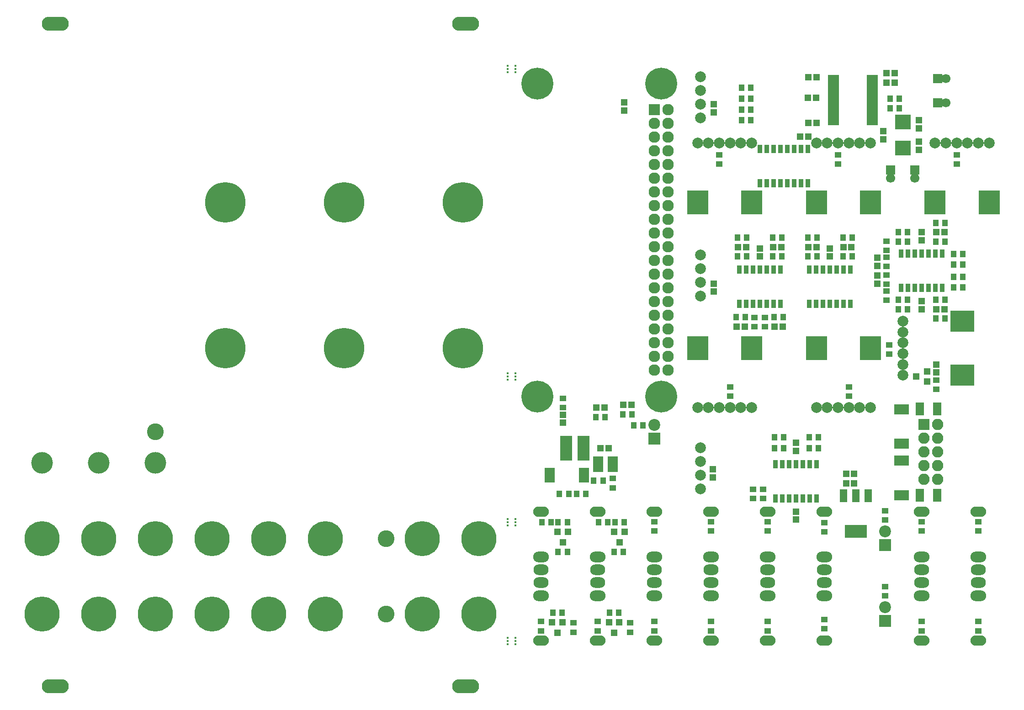
<source format=gbr>
G04 #@! TF.FileFunction,Soldermask,Bot*
%FSLAX46Y46*%
G04 Gerber Fmt 4.6, Leading zero omitted, Abs format (unit mm)*
G04 Created by KiCad (PCBNEW 4.0.6) date 2018 May 30, Wednesday 17:12:06*
%MOMM*%
%LPD*%
G01*
G04 APERTURE LIST*
%ADD10C,0.100000*%
%ADD11O,5.002000X2.602000*%
%ADD12C,0.402000*%
%ADD13C,6.502000*%
%ADD14C,7.502000*%
%ADD15C,3.102000*%
%ADD16C,4.002000*%
%ADD17R,2.100000X2.100000*%
%ADD18O,2.100000X2.100000*%
%ADD19R,1.200000X1.150000*%
%ADD20R,1.100000X1.300000*%
%ADD21R,1.300000X1.100000*%
%ADD22R,1.150000X1.200000*%
%ADD23R,1.300000X1.200000*%
%ADD24R,1.600000X2.400000*%
%ADD25R,3.000000X2.800000*%
%ADD26O,2.900000X1.900000*%
%ADD27O,2.900000X2.000000*%
%ADD28O,2.800000X2.000000*%
%ADD29R,1.200000X1.300000*%
%ADD30R,2.800000X1.900000*%
%ADD31R,1.900000X2.800000*%
%ADD32R,1.700000X1.700000*%
%ADD33C,1.700000*%
%ADD34R,2.127200X2.127200*%
%ADD35O,2.127200X2.127200*%
%ADD36C,5.900000*%
%ADD37R,2.200000X4.600000*%
%ADD38R,3.900000X4.400000*%
%ADD39C,2.000000*%
%ADD40R,4.400000X3.900000*%
%ADD41R,0.908000X1.543000*%
%ADD42R,2.150000X0.850000*%
%ADD43R,1.960000X1.050000*%
%ADD44R,2.200000X2.200000*%
%ADD45C,2.200000*%
%ADD46R,4.057600X2.432000*%
%ADD47R,1.416000X2.432000*%
G04 APERTURE END LIST*
D10*
D11*
X-85500000Y7350000D03*
X-9500000Y7350000D03*
X-9500000Y-115350000D03*
D12*
X-300000Y-85600000D03*
X-300000Y-85000000D03*
X-300000Y-84400000D03*
X-1700000Y-84400000D03*
X-1700000Y-85000000D03*
X-1700000Y-85600000D03*
X-300000Y-107600000D03*
X-300000Y-107000000D03*
X-300000Y-106400000D03*
X-1700000Y-106400000D03*
X-1700000Y-107000000D03*
X-1700000Y-107600000D03*
X-300000Y-58600000D03*
X-300000Y-58000000D03*
X-300000Y-57400000D03*
X-1700000Y-57400000D03*
X-1700000Y-58000000D03*
X-1700000Y-58600000D03*
D13*
X-56500000Y-88000000D03*
X-46000000Y-88000000D03*
X-35500000Y-102000000D03*
X-35500000Y-88000000D03*
X-56500000Y-102000000D03*
X-46000000Y-102000000D03*
D14*
X-10000000Y-25750000D03*
X-32000000Y-52750000D03*
X-54000000Y-52750000D03*
X-32000000Y-25750000D03*
X-54000000Y-25750000D03*
X-10000000Y-52750000D03*
D15*
X-67000000Y-68250000D03*
D16*
X-88000000Y-74000000D03*
X-77500000Y-74000000D03*
X-67000000Y-74000000D03*
D13*
X-7000000Y-102000000D03*
D15*
X-24250000Y-102000000D03*
X-24250000Y-88000000D03*
D13*
X-17500000Y-88000000D03*
X-17500000Y-102000000D03*
X-7000000Y-88000000D03*
X-77500000Y-88000000D03*
X-67000000Y-102000000D03*
X-77500000Y-102000000D03*
X-88000000Y-102000000D03*
X-67000000Y-88000000D03*
X-88000000Y-88000000D03*
D17*
X75460000Y-66880000D03*
D18*
X78000000Y-66880000D03*
X75460000Y-69420000D03*
X78000000Y-69420000D03*
X75460000Y-71960000D03*
X78000000Y-71960000D03*
X75460000Y-74500000D03*
X78000000Y-74500000D03*
X75460000Y-77040000D03*
X78000000Y-77040000D03*
D19*
X79250000Y-45500000D03*
X77750000Y-45500000D03*
X79250000Y-31250000D03*
X77750000Y-31250000D03*
D20*
X53900000Y-35750000D03*
X55600000Y-35750000D03*
X70850000Y-8250000D03*
X69150000Y-8250000D03*
D21*
X36000000Y-103400000D03*
X36000000Y-105100000D03*
X61500000Y-59900000D03*
X61500000Y-61600000D03*
X37500000Y-18600000D03*
X37500000Y-16900000D03*
D20*
X42600000Y-32250000D03*
X40900000Y-32250000D03*
D22*
X74500000Y-16000000D03*
X74500000Y-14500000D03*
D19*
X41000000Y-34000000D03*
X42500000Y-34000000D03*
X54000000Y-34000000D03*
X55500000Y-34000000D03*
X68500000Y-1750000D03*
X70000000Y-1750000D03*
X53950000Y-6300000D03*
X55450000Y-6300000D03*
X49000000Y-34000000D03*
X47500000Y-34000000D03*
X68500000Y-3500000D03*
X70000000Y-3500000D03*
X54000000Y-2500000D03*
X55500000Y-2500000D03*
D22*
X45000000Y-34250000D03*
X45000000Y-35750000D03*
X77750000Y-57250000D03*
X77750000Y-55750000D03*
D19*
X40750000Y-48750000D03*
X42250000Y-48750000D03*
D22*
X19900000Y-8700000D03*
X19900000Y-7200000D03*
X75000000Y-44000000D03*
X75000000Y-45500000D03*
X75000000Y-31250000D03*
X75000000Y-32750000D03*
X58000000Y-34250000D03*
X58000000Y-35750000D03*
D19*
X62500000Y-77750000D03*
X61000000Y-77750000D03*
D22*
X66750000Y-40750000D03*
X66750000Y-39250000D03*
X66750000Y-36000000D03*
X66750000Y-37500000D03*
D23*
X76000000Y-57050000D03*
X76000000Y-58950000D03*
X74000000Y-58000000D03*
D24*
X74650000Y-80000000D03*
X77850000Y-80000000D03*
X74650000Y-64000000D03*
X77850000Y-64000000D03*
D20*
X70850000Y-6500000D03*
X69150000Y-6500000D03*
D21*
X25500000Y-86600000D03*
X25500000Y-84900000D03*
D20*
X55600000Y-32250000D03*
X53900000Y-32250000D03*
X40900000Y-35750000D03*
X42600000Y-35750000D03*
X47400000Y-32250000D03*
X49100000Y-32250000D03*
D21*
X59500000Y-18600000D03*
X59500000Y-16900000D03*
D20*
X60400000Y-32250000D03*
X62100000Y-32250000D03*
D21*
X69000000Y-52150000D03*
X69000000Y-53850000D03*
X36000000Y-86600000D03*
X36000000Y-84900000D03*
X46500000Y-103400000D03*
X46500000Y-105100000D03*
D20*
X49100000Y-35750000D03*
X47400000Y-35750000D03*
X62100000Y-35750000D03*
X60400000Y-35750000D03*
D21*
X77750000Y-58650000D03*
X77750000Y-60350000D03*
X46000000Y-47050000D03*
X46000000Y-48750000D03*
X81500000Y-18600000D03*
X81500000Y-16900000D03*
X46500000Y-86600000D03*
X46500000Y-84900000D03*
D20*
X49350000Y-47000000D03*
X47650000Y-47000000D03*
X14250000Y-77250000D03*
X15950000Y-77250000D03*
D21*
X17750000Y-76900000D03*
X17750000Y-78600000D03*
X44000000Y-47050000D03*
X44000000Y-48750000D03*
X39500000Y-59900000D03*
X39500000Y-61600000D03*
X25500000Y-103400000D03*
X25500000Y-105100000D03*
D20*
X9600000Y-79750000D03*
X7900000Y-79750000D03*
X12750000Y-79750000D03*
X11050000Y-79750000D03*
X40650000Y-47000000D03*
X42350000Y-47000000D03*
D25*
X71500000Y-15650000D03*
X71500000Y-10850000D03*
D26*
X25500000Y-83080000D03*
D27*
X25500000Y-91380000D03*
D28*
X25500000Y-93800000D03*
D26*
X36000000Y-83080000D03*
D27*
X36000000Y-91380000D03*
D28*
X36000000Y-93800000D03*
D26*
X46500000Y-83080000D03*
D27*
X46500000Y-91380000D03*
D28*
X46500000Y-93800000D03*
D26*
X25500000Y-106920000D03*
D27*
X25500000Y-98620000D03*
D28*
X25500000Y-96200000D03*
D29*
X7550000Y-86750000D03*
X9450000Y-86750000D03*
X8500000Y-88750000D03*
X18050000Y-86750000D03*
X19950000Y-86750000D03*
X19000000Y-88750000D03*
X6550000Y-103500000D03*
X8450000Y-103500000D03*
X7500000Y-105500000D03*
X17050000Y-103500000D03*
X18950000Y-103500000D03*
X18000000Y-105500000D03*
D20*
X41650000Y-4500000D03*
X43350000Y-4500000D03*
D21*
X57000000Y-103050000D03*
X57000000Y-104750000D03*
X57000000Y-86750000D03*
X57000000Y-85050000D03*
D20*
X70650000Y-45500000D03*
X72350000Y-45500000D03*
X70650000Y-31250000D03*
X72350000Y-31250000D03*
X6350000Y-85000000D03*
X4650000Y-85000000D03*
X9350000Y-85000000D03*
X7650000Y-85000000D03*
X70650000Y-43750000D03*
X72350000Y-43750000D03*
X70650000Y-33000000D03*
X72350000Y-33000000D03*
D21*
X68500000Y-42150000D03*
X68500000Y-43850000D03*
X68500000Y-34600000D03*
X68500000Y-32900000D03*
X68500000Y-39150000D03*
X68500000Y-40850000D03*
X68500000Y-37600000D03*
X68500000Y-35900000D03*
D20*
X16850000Y-85000000D03*
X15150000Y-85000000D03*
X19850000Y-85000000D03*
X18150000Y-85000000D03*
X80900000Y-35250000D03*
X82600000Y-35250000D03*
X80900000Y-41500000D03*
X82600000Y-41500000D03*
X79350000Y-29500000D03*
X77650000Y-29500000D03*
X82600000Y-37250000D03*
X80900000Y-37250000D03*
D22*
X74500000Y-10500000D03*
X74500000Y-12000000D03*
X67900000Y-14000000D03*
X67900000Y-12500000D03*
D19*
X54000000Y-11000000D03*
X55500000Y-11000000D03*
X62000000Y-34000000D03*
X60500000Y-34000000D03*
D30*
X71250000Y-79950000D03*
X71250000Y-73550000D03*
X71250000Y-70450000D03*
X71250000Y-64050000D03*
D19*
X49250000Y-48750000D03*
X47750000Y-48750000D03*
X15500000Y-71250000D03*
X17000000Y-71250000D03*
D31*
X6050000Y-76250000D03*
X12450000Y-76250000D03*
D19*
X61000000Y-76000000D03*
X62500000Y-76000000D03*
D22*
X36500000Y-7500000D03*
X36500000Y-9000000D03*
D32*
X78000000Y-2750000D03*
D33*
X79500000Y-2750000D03*
D32*
X78000000Y-7250000D03*
D33*
X79500000Y-7250000D03*
D32*
X73750000Y-19750000D03*
D33*
X73750000Y-21250000D03*
D32*
X69250000Y-19750000D03*
D33*
X69250000Y-21250000D03*
D26*
X36000000Y-106920000D03*
D27*
X36000000Y-98620000D03*
D28*
X36000000Y-96200000D03*
D26*
X46500000Y-106920000D03*
D27*
X46500000Y-98620000D03*
D28*
X46500000Y-96200000D03*
D34*
X25500000Y-8550000D03*
D35*
X28040000Y-8550000D03*
X25500000Y-11090000D03*
X28040000Y-11090000D03*
X25500000Y-13630000D03*
X28040000Y-13630000D03*
X25500000Y-16170000D03*
X28040000Y-16170000D03*
X25500000Y-18710000D03*
X28040000Y-18710000D03*
X25500000Y-21250000D03*
X28040000Y-21250000D03*
X25500000Y-23790000D03*
X28040000Y-23790000D03*
X25500000Y-26330000D03*
X28040000Y-26330000D03*
X25500000Y-28870000D03*
X28040000Y-28870000D03*
X25500000Y-31410000D03*
X28040000Y-31410000D03*
X25500000Y-33950000D03*
X28040000Y-33950000D03*
X25500000Y-36490000D03*
X28040000Y-36490000D03*
X25500000Y-39030000D03*
X28040000Y-39030000D03*
X25500000Y-41570000D03*
X28040000Y-41570000D03*
X25500000Y-44110000D03*
X28040000Y-44110000D03*
X25500000Y-46650000D03*
X28040000Y-46650000D03*
X25500000Y-49190000D03*
X28040000Y-49190000D03*
X25500000Y-51730000D03*
X28040000Y-51730000D03*
X25500000Y-54270000D03*
X28040000Y-54270000D03*
X25500000Y-56810000D03*
X28040000Y-56810000D03*
D36*
X26770000Y-61680000D03*
X26770000Y-3680000D03*
X3770000Y-3680000D03*
X3770000Y-61680000D03*
D37*
X9150000Y-71250000D03*
X12350000Y-71250000D03*
D20*
X79350000Y-47250000D03*
X77650000Y-47250000D03*
X82600000Y-39500000D03*
X80900000Y-39500000D03*
X77650000Y-33000000D03*
X79350000Y-33000000D03*
X77650000Y-43750000D03*
X79350000Y-43750000D03*
D21*
X85500000Y-103400000D03*
X85500000Y-105100000D03*
X85500000Y-86600000D03*
X85500000Y-84900000D03*
X4500000Y-103400000D03*
X4500000Y-105100000D03*
D20*
X8350000Y-101750000D03*
X6650000Y-101750000D03*
D21*
X15000000Y-103400000D03*
X15000000Y-105100000D03*
D20*
X18850000Y-101750000D03*
X17150000Y-101750000D03*
X7650000Y-90500000D03*
X9350000Y-90500000D03*
X18000000Y-90500000D03*
X19700000Y-90500000D03*
D21*
X10500000Y-105350000D03*
X10500000Y-103650000D03*
X21000000Y-105350000D03*
X21000000Y-103650000D03*
D38*
X33500000Y-25750000D03*
D39*
X39500000Y-14750000D03*
X37500000Y-14750000D03*
X35500000Y-14750000D03*
X41500000Y-14750000D03*
X43500000Y-14750000D03*
X33500000Y-14750000D03*
D38*
X43500000Y-25750000D03*
X65500000Y-52750000D03*
D39*
X59500000Y-63750000D03*
X61500000Y-63750000D03*
X63500000Y-63750000D03*
X57500000Y-63750000D03*
X55500000Y-63750000D03*
X65500000Y-63750000D03*
D38*
X55500000Y-52750000D03*
X55500000Y-25750000D03*
D39*
X61500000Y-14750000D03*
X59500000Y-14750000D03*
X57500000Y-14750000D03*
X63500000Y-14750000D03*
X65500000Y-14750000D03*
X55500000Y-14750000D03*
D38*
X65500000Y-25750000D03*
D40*
X82500000Y-57750000D03*
D39*
X71500000Y-51750000D03*
X71500000Y-53750000D03*
X71500000Y-55750000D03*
X71500000Y-49750000D03*
X71500000Y-47750000D03*
X71500000Y-57750000D03*
D40*
X82500000Y-47750000D03*
D38*
X77500000Y-25750000D03*
D39*
X83500000Y-14750000D03*
X81500000Y-14750000D03*
X79500000Y-14750000D03*
X85500000Y-14750000D03*
X87500000Y-14750000D03*
X77500000Y-14750000D03*
D38*
X87500000Y-25750000D03*
X43500000Y-52750000D03*
D39*
X37500000Y-63750000D03*
X39500000Y-63750000D03*
X41500000Y-63750000D03*
X35500000Y-63750000D03*
X33500000Y-63750000D03*
X43500000Y-63750000D03*
D38*
X33500000Y-52750000D03*
D26*
X4500000Y-83080000D03*
D27*
X4500000Y-91380000D03*
D28*
X4500000Y-93800000D03*
D26*
X15000000Y-106920000D03*
D27*
X15000000Y-98620000D03*
D28*
X15000000Y-96200000D03*
D41*
X41190000Y-38198000D03*
X42460000Y-38198000D03*
X43730000Y-38198000D03*
X45000000Y-38198000D03*
X46270000Y-38198000D03*
X47540000Y-38198000D03*
X48810000Y-38198000D03*
X48810000Y-44548000D03*
X47540000Y-44548000D03*
X45000000Y-44548000D03*
X43730000Y-44548000D03*
X42460000Y-44548000D03*
X41190000Y-44548000D03*
X46270000Y-44548000D03*
D42*
X58650000Y-10975000D03*
X58650000Y-10325000D03*
X58650000Y-9675000D03*
X58650000Y-9025000D03*
X58650000Y-8375000D03*
X58650000Y-7725000D03*
X58650000Y-7075000D03*
X58650000Y-6425000D03*
X58650000Y-5775000D03*
X58650000Y-5125000D03*
X58650000Y-4475000D03*
X58650000Y-3825000D03*
X58650000Y-3175000D03*
X58650000Y-2525000D03*
X65850000Y-2525000D03*
X65850000Y-3175000D03*
X65850000Y-3825000D03*
X65850000Y-4475000D03*
X65850000Y-5125000D03*
X65850000Y-5775000D03*
X65850000Y-6425000D03*
X65850000Y-7075000D03*
X65850000Y-7725000D03*
X65850000Y-8375000D03*
X65850000Y-9025000D03*
X65850000Y-9675000D03*
X65850000Y-10325000D03*
X65850000Y-10975000D03*
D41*
X54190000Y-38198000D03*
X55460000Y-38198000D03*
X56730000Y-38198000D03*
X58000000Y-38198000D03*
X59270000Y-38198000D03*
X60540000Y-38198000D03*
X61810000Y-38198000D03*
X61810000Y-44548000D03*
X60540000Y-44548000D03*
X58000000Y-44548000D03*
X56730000Y-44548000D03*
X55460000Y-44548000D03*
X54190000Y-44548000D03*
X59270000Y-44548000D03*
D43*
X15050000Y-75200000D03*
X15050000Y-74250000D03*
X15050000Y-73300000D03*
X17750000Y-73300000D03*
X17750000Y-75200000D03*
X17750000Y-74250000D03*
D41*
X71190000Y-35198000D03*
X72460000Y-35198000D03*
X73730000Y-35198000D03*
X75000000Y-35198000D03*
X76270000Y-35198000D03*
X77540000Y-35198000D03*
X78810000Y-35198000D03*
X78810000Y-41548000D03*
X77540000Y-41548000D03*
X75000000Y-41548000D03*
X73730000Y-41548000D03*
X72460000Y-41548000D03*
X71190000Y-41548000D03*
X76270000Y-41548000D03*
D26*
X57000000Y-83080000D03*
D27*
X57000000Y-91380000D03*
D28*
X57000000Y-93800000D03*
D26*
X85500000Y-83080000D03*
D27*
X85500000Y-91380000D03*
D28*
X85500000Y-93800000D03*
D26*
X57000000Y-106920000D03*
D27*
X57000000Y-98620000D03*
D28*
X57000000Y-96200000D03*
D26*
X85500000Y-106920000D03*
D27*
X85500000Y-98620000D03*
D28*
X85500000Y-96200000D03*
D26*
X15000000Y-83080000D03*
D27*
X15000000Y-91380000D03*
D28*
X15000000Y-93800000D03*
D26*
X4500000Y-106920000D03*
D27*
X4500000Y-98620000D03*
D28*
X4500000Y-96200000D03*
D26*
X75000000Y-83080000D03*
D27*
X75000000Y-91380000D03*
D28*
X75000000Y-93800000D03*
D26*
X75000000Y-106920000D03*
D27*
X75000000Y-98620000D03*
D28*
X75000000Y-96200000D03*
D41*
X53945000Y-15825000D03*
X51405000Y-15825000D03*
X50135000Y-15825000D03*
X48865000Y-15825000D03*
X47595000Y-15825000D03*
X46325000Y-15825000D03*
X45055000Y-15825000D03*
X45055000Y-22175000D03*
X46325000Y-22175000D03*
X47595000Y-22175000D03*
X48865000Y-22175000D03*
X50135000Y-22175000D03*
X51405000Y-22175000D03*
X52675000Y-22175000D03*
X53945000Y-22175000D03*
X52675000Y-15825000D03*
D22*
X51750000Y-71750000D03*
X51750000Y-70250000D03*
X51750000Y-84500000D03*
X51750000Y-83000000D03*
D20*
X47750000Y-69250000D03*
X49450000Y-69250000D03*
X47750000Y-71250000D03*
X49450000Y-71250000D03*
X55850000Y-69250000D03*
X54150000Y-69250000D03*
X55850000Y-71250000D03*
X54150000Y-71250000D03*
D21*
X75000000Y-105100000D03*
X75000000Y-103400000D03*
X75000000Y-84900000D03*
X75000000Y-86600000D03*
D41*
X47940000Y-74198000D03*
X49210000Y-74198000D03*
X50480000Y-74198000D03*
X51750000Y-74198000D03*
X53020000Y-74198000D03*
X54290000Y-74198000D03*
X55560000Y-74198000D03*
X55560000Y-80548000D03*
X54290000Y-80548000D03*
X51750000Y-80548000D03*
X50480000Y-80548000D03*
X49210000Y-80548000D03*
X47940000Y-80548000D03*
X53020000Y-80548000D03*
D44*
X25500000Y-69500000D03*
D45*
X25500000Y-66960000D03*
D44*
X68250000Y-89250000D03*
D45*
X68250000Y-86710000D03*
D44*
X68250000Y-103250000D03*
D45*
X68250000Y-100710000D03*
D20*
X21650000Y-67000000D03*
X23350000Y-67000000D03*
D21*
X68250000Y-82900000D03*
X68250000Y-84600000D03*
X68250000Y-96900000D03*
X68250000Y-98600000D03*
D46*
X62811900Y-86649000D03*
D47*
X62811900Y-80045000D03*
X65097900Y-80045000D03*
X60525900Y-80045000D03*
D22*
X36500000Y-40750000D03*
X36500000Y-42250000D03*
D20*
X43350000Y-10500000D03*
X41650000Y-10500000D03*
X43350000Y-6500000D03*
X41650000Y-6500000D03*
X43350000Y-8500000D03*
X41650000Y-8500000D03*
D22*
X36300000Y-76650000D03*
X36300000Y-75150000D03*
D19*
X52500000Y-13500000D03*
X54000000Y-13500000D03*
D21*
X43800000Y-80600000D03*
X43800000Y-78900000D03*
X45600000Y-78900000D03*
X45600000Y-80600000D03*
D12*
X-300000Y-1600000D03*
X-300000Y-1000000D03*
X-300000Y-400000D03*
X-1700000Y-400000D03*
X-1700000Y-1000000D03*
X-1700000Y-1600000D03*
D22*
X8500000Y-66550000D03*
X8500000Y-65050000D03*
D19*
X14750000Y-63750000D03*
X16250000Y-63750000D03*
X19750000Y-63250000D03*
X21250000Y-63250000D03*
D21*
X8550000Y-62000000D03*
X8550000Y-63700000D03*
D20*
X14650000Y-65500000D03*
X16350000Y-65500000D03*
X19650000Y-65000000D03*
X21350000Y-65000000D03*
D39*
X34000000Y-78830000D03*
X34000000Y-76290000D03*
X34000000Y-73750000D03*
X34000000Y-71210000D03*
X34000000Y-43080000D03*
X34000000Y-40540000D03*
X34000000Y-38000000D03*
X34000000Y-35460000D03*
X34000000Y-10080000D03*
X34000000Y-7540000D03*
X34000000Y-5000000D03*
X34000000Y-2460000D03*
D11*
X-85500000Y-115350000D03*
M02*

</source>
